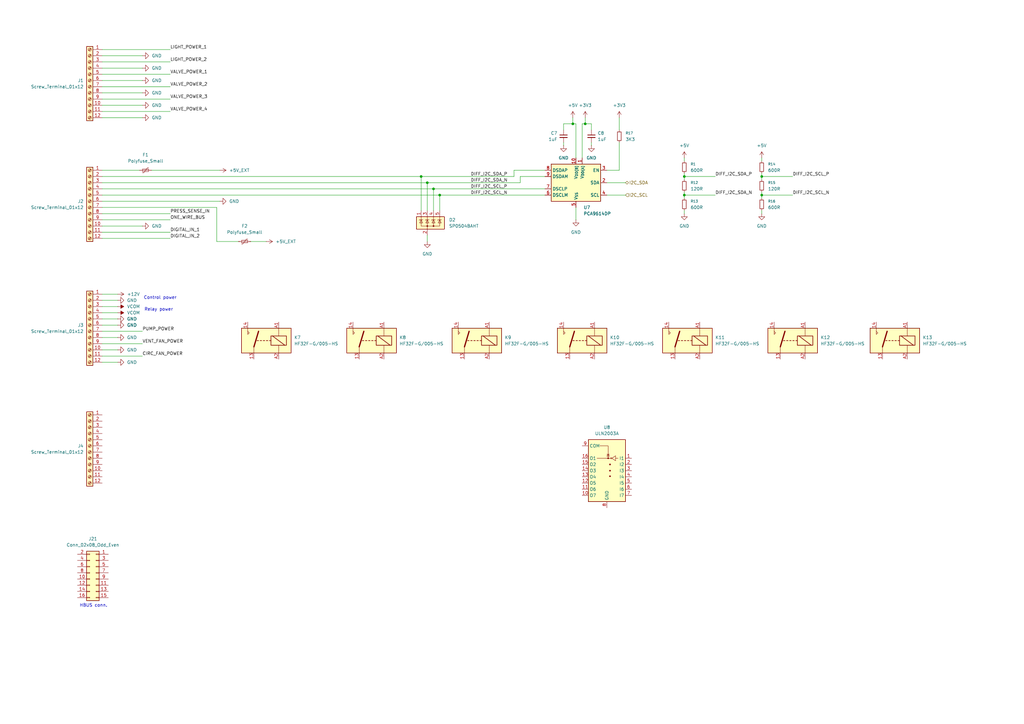
<source format=kicad_sch>
(kicad_sch (version 20250114) (generator "eeschema") (generator_version "9.0")
  (paper "A3")
  (title_block (title "Thyme after Thyme Connectors"))
  (lib_symbols
    (symbol "Connector:Screw_Terminal_01x12" (pin_names (offset 1.016) (hide yes))
      (property "Reference" "J" (at 0 15.24 0))
      (property "Value" "Screw_Terminal_01x12" (at 0 -17.78 0))
      (symbol "Screw_Terminal_01x12_1_1"
        (rectangle (start -1.27 13.97) (end 1.27 -16.51) (stroke (width 0.254)) (fill (type background)))
        (polyline (pts (xy -0.5334 13.0302) (xy 0.3302 12.192)) (stroke (width 0.1524)))
        (polyline (pts (xy -0.5334 10.4902) (xy 0.3302 9.652)) (stroke (width 0.1524)))
        (polyline (pts (xy -0.5334 7.9502) (xy 0.3302 7.112)) (stroke (width 0.1524)))
        (polyline (pts (xy -0.5334 5.4102) (xy 0.3302 4.572)) (stroke (width 0.1524)))
        (polyline (pts (xy -0.5334 2.8702) (xy 0.3302 2.032)) (stroke (width 0.1524)))
        (polyline (pts (xy -0.5334 0.3302) (xy 0.3302 -0.508)) (stroke (width 0.1524)))
        (polyline (pts (xy -0.5334 -2.2098) (xy 0.3302 -3.048)) (stroke (width 0.1524)))
        (polyline (pts (xy -0.5334 -4.7498) (xy 0.3302 -5.588)) (stroke (width 0.1524)))
        (polyline (pts (xy -0.5334 -7.2898) (xy 0.3302 -8.128)) (stroke (width 0.1524)))
        (polyline (pts (xy -0.5334 -9.8298) (xy 0.3302 -10.668)) (stroke (width 0.1524)))
        (polyline (pts (xy -0.5334 -12.3698) (xy 0.3302 -13.208)) (stroke (width 0.1524)))
        (polyline (pts (xy -0.5334 -14.9098) (xy 0.3302 -15.748)) (stroke (width 0.1524)))
        (polyline (pts (xy -0.3556 13.208) (xy 0.508 12.3698)) (stroke (width 0.1524)))
        (polyline (pts (xy -0.3556 10.668) (xy 0.508 9.8298)) (stroke (width 0.1524)))
        (polyline (pts (xy -0.3556 8.128) (xy 0.508 7.2898)) (stroke (width 0.1524)))
        (polyline (pts (xy -0.3556 5.588) (xy 0.508 4.7498)) (stroke (width 0.1524)))
        (polyline (pts (xy -0.3556 3.048) (xy 0.508 2.2098)) (stroke (width 0.1524)))
        (polyline (pts (xy -0.3556 0.508) (xy 0.508 -0.3302)) (stroke (width 0.1524)))
        (polyline (pts (xy -0.3556 -2.032) (xy 0.508 -2.8702)) (stroke (width 0.1524)))
        (polyline (pts (xy -0.3556 -4.572) (xy 0.508 -5.4102)) (stroke (width 0.1524)))
        (polyline (pts (xy -0.3556 -7.112) (xy 0.508 -7.9502)) (stroke (width 0.1524)))
        (polyline (pts (xy -0.3556 -9.652) (xy 0.508 -10.4902)) (stroke (width 0.1524)))
        (polyline (pts (xy -0.3556 -12.192) (xy 0.508 -13.0302)) (stroke (width 0.1524)))
        (polyline (pts (xy -0.3556 -14.732) (xy 0.508 -15.5702)) (stroke (width 0.1524)))
        (circle (center 0 12.7) (radius 0.635) (stroke (width 0.1524)))
        (circle (center 0 10.16) (radius 0.635) (stroke (width 0.1524)))
        (circle (center 0 7.62) (radius 0.635) (stroke (width 0.1524)))
        (circle (center 0 5.08) (radius 0.635) (stroke (width 0.1524)))
        (circle (center 0 2.54) (radius 0.635) (stroke (width 0.1524)))
        (circle (center 0 0) (radius 0.635) (stroke (width 0.1524)))
        (circle (center 0 -2.54) (radius 0.635) (stroke (width 0.1524)))
        (circle (center 0 -5.08) (radius 0.635) (stroke (width 0.1524)))
        (circle (center 0 -7.62) (radius 0.635) (stroke (width 0.1524)))
        (circle (center 0 -10.16) (radius 0.635) (stroke (width 0.1524)))
        (circle (center 0 -12.7) (radius 0.635) (stroke (width 0.1524)))
        (circle (center 0 -15.24) (radius 0.635) (stroke (width 0.1524)))
        (pin passive line (at -5.08 12.7 0) (length 3.81) (name "Pin_1") (number "1"))
        (pin passive line (at -5.08 10.16 0) (length 3.81) (name "Pin_2") (number "2"))
        (pin passive line (at -5.08 7.62 0) (length 3.81) (name "Pin_3") (number "3"))
        (pin passive line (at -5.08 5.08 0) (length 3.81) (name "Pin_4") (number "4"))
        (pin passive line (at -5.08 2.54 0) (length 3.81) (name "Pin_5") (number "5"))
        (pin passive line (at -5.08 0 0) (length 3.81) (name "Pin_6") (number "6"))
        (pin passive line (at -5.08 -2.54 0) (length 3.81) (name "Pin_7") (number "7"))
        (pin passive line (at -5.08 -5.08 0) (length 3.81) (name "Pin_8") (number "8"))
        (pin passive line (at -5.08 -7.62 0) (length 3.81) (name "Pin_9") (number "9"))
        (pin passive line (at -5.08 -10.16 0) (length 3.81) (name "Pin_10") (number "10"))
        (pin passive line (at -5.08 -12.7 0) (length 3.81) (name "Pin_11") (number "11"))
        (pin passive line (at -5.08 -15.24 0) (length 3.81) (name "Pin_12") (number "12"))
      )
    )
    (symbol "Connector_Generic:Conn_02x08_Odd_Even" (pin_names (offset 1.016) (hide yes))
      (property "Reference" "J" (at 1.27 10.16 0))
      (property "Value" "Conn_02x08_Odd_Even" (at 1.27 -12.7 0))
      (symbol "Conn_02x08_Odd_Even_1_1"
        (rectangle (start -1.27 8.89) (end 3.81 -11.43) (stroke (width 0.254)) (fill (type background)))
        (rectangle (start -1.27 7.747) (end 0 7.493) (stroke (width 0.1524)))
        (rectangle (start -1.27 5.207) (end 0 4.953) (stroke (width 0.1524)))
        (rectangle (start -1.27 2.667) (end 0 2.413) (stroke (width 0.1524)))
        (rectangle (start -1.27 0.127) (end 0 -0.127) (stroke (width 0.1524)))
        (rectangle (start -1.27 -2.413) (end 0 -2.667) (stroke (width 0.1524)))
        (rectangle (start -1.27 -4.953) (end 0 -5.207) (stroke (width 0.1524)))
        (rectangle (start -1.27 -7.493) (end 0 -7.747) (stroke (width 0.1524)))
        (rectangle (start -1.27 -10.033) (end 0 -10.287) (stroke (width 0.1524)))
        (rectangle (start 3.81 7.747) (end 2.54 7.493) (stroke (width 0.1524)))
        (rectangle (start 3.81 5.207) (end 2.54 4.953) (stroke (width 0.1524)))
        (rectangle (start 3.81 2.667) (end 2.54 2.413) (stroke (width 0.1524)))
        (rectangle (start 3.81 0.127) (end 2.54 -0.127) (stroke (width 0.1524)))
        (rectangle (start 3.81 -2.413) (end 2.54 -2.667) (stroke (width 0.1524)))
        (rectangle (start 3.81 -4.953) (end 2.54 -5.207) (stroke (width 0.1524)))
        (rectangle (start 3.81 -7.493) (end 2.54 -7.747) (stroke (width 0.1524)))
        (rectangle (start 3.81 -10.033) (end 2.54 -10.287) (stroke (width 0.1524)))
        (pin passive line (at -5.08 7.62 0) (length 3.81) (name "Pin_1") (number "1"))
        (pin passive line (at -5.08 5.08 0) (length 3.81) (name "Pin_3") (number "3"))
        (pin passive line (at -5.08 2.54 0) (length 3.81) (name "Pin_5") (number "5"))
        (pin passive line (at -5.08 0 0) (length 3.81) (name "Pin_7") (number "7"))
        (pin passive line (at -5.08 -2.54 0) (length 3.81) (name "Pin_9") (number "9"))
        (pin passive line (at -5.08 -5.08 0) (length 3.81) (name "Pin_11") (number "11"))
        (pin passive line (at -5.08 -7.62 0) (length 3.81) (name "Pin_13") (number "13"))
        (pin passive line (at -5.08 -10.16 0) (length 3.81) (name "Pin_15") (number "15"))
        (pin passive line (at 7.62 7.62 180) (length 3.81) (name "Pin_2") (number "2"))
        (pin passive line (at 7.62 5.08 180) (length 3.81) (name "Pin_4") (number "4"))
        (pin passive line (at 7.62 2.54 180) (length 3.81) (name "Pin_6") (number "6"))
        (pin passive line (at 7.62 0 180) (length 3.81) (name "Pin_8") (number "8"))
        (pin passive line (at 7.62 -2.54 180) (length 3.81) (name "Pin_10") (number "10"))
        (pin passive line (at 7.62 -5.08 180) (length 3.81) (name "Pin_12") (number "12"))
        (pin passive line (at 7.62 -7.62 180) (length 3.81) (name "Pin_14") (number "14"))
        (pin passive line (at 7.62 -10.16 180) (length 3.81) (name "Pin_16") (number "16"))
      )
    )
    (symbol "Device:C_Small" (pin_numbers (hide yes)) (pin_names (offset 0.254) (hide yes))
      (property "Reference" "C" (at 0.254 1.778 0))
      (property "Value" "C_Small" (at 0.254 -2.032 0))
      (symbol "C_Small_0_1"
        (polyline (pts (xy -1.524 0.508) (xy 1.524 0.508)) (stroke (width 0.3048)))
        (polyline (pts (xy -1.524 -0.508) (xy 1.524 -0.508)) (stroke (width 0.3302)))
      )
      (symbol "C_Small_1_1"
        (pin passive line (at 0 2.54 270) (length 2.032) (name "~") (number "1"))
        (pin passive line (at 0 -2.54 90) (length 2.032) (name "~") (number "2"))
      )
    )
    (symbol "Device:Polyfuse_Small" (pin_numbers (hide yes)) (pin_names (offset 0))
      (property "Reference" "F" (at -1.905 0 90))
      (property "Value" "Polyfuse_Small" (at 1.905 0 90))
      (symbol "Polyfuse_Small_0_1"
        (polyline (pts (xy -1.016 1.27) (xy -1.016 0.762) (xy 1.016 -0.762) (xy 1.016 -1.27)))
        (rectangle (start -0.508 1.27) (end 0.508 -1.27))
        (polyline (pts (xy 0 2.54) (xy 0 -2.54)))
      )
      (symbol "Polyfuse_Small_1_1"
        (pin passive line (at 0 2.54 270) (length 0.635) (name "~") (number "1"))
        (pin passive line (at 0 -2.54 90) (length 0.635) (name "~") (number "2"))
      )
    )
    (symbol "Device:R_Small" (pin_numbers (hide yes)) (pin_names (offset 0.254) (hide yes))
      (property "Reference" "R" (at 0 0 90))
      (property "Value" "R_Small" (at 1.778 0 90))
      (symbol "R_Small_0_1"
        (rectangle (start -0.762 1.778) (end 0.762 -1.778) (stroke (width 0.2032)))
      )
      (symbol "R_Small_1_1"
        (pin passive line (at 0 2.54 270) (length 0.762) (name "~") (number "1"))
        (pin passive line (at 0 -2.54 90) (length 0.762) (name "~") (number "2"))
      )
    )
    (symbol "Interface:PCA9615DP"
      (property "Reference" "U" (at -10.16 8.89 0))
      (property "Value" "PCA9615DP" (at 1.27 8.89 0))
      (symbol "PCA9615DP_0_1"
        (rectangle (start -10.16 7.62) (end 10.16 -7.62) (stroke (width 0.254)) (fill (type background)))
      )
      (symbol "PCA9615DP_1_1"
        (pin input line (at -12.7 5.08 0) (length 2.54) (name "EN") (number "3"))
        (pin bidirectional line (at -12.7 0 0) (length 2.54) (name "SDA") (number "2"))
        (pin bidirectional line (at -12.7 -5.08 0) (length 2.54) (name "SCL") (number "4"))
        (pin power_in line (at -2.54 10.16 270) (length 2.54) (name "V_{DD(A)}") (number "1"))
        (pin power_in line (at 0 10.16 270) (length 2.54) (name "V_{DD(B)}") (number "10"))
        (pin power_in line (at 0 -10.16 90) (length 2.54) (name "V_{SS}") (number "5"))
        (pin bidirectional line (at 12.7 5.08 180) (length 2.54) (name "DSDAP") (number "8"))
        (pin bidirectional line (at 12.7 2.54 180) (length 2.54) (name "DSDAM") (number "9"))
        (pin bidirectional line (at 12.7 -2.54 180) (length 2.54) (name "DSCLP") (number "7"))
        (pin bidirectional line (at 12.7 -5.08 180) (length 2.54) (name "DSCLM") (number "6"))
      )
    )
    (symbol "Power_Protection:SP0504BAHT" (pin_names (hide yes))
      (property "Reference" "D" (at 7.62 2.54 0))
      (property "Value" "SP0504BAHT" (at 7.62 0.635 0))
      (symbol "SP0504BAHT_0_0"
        (pin passive line (at 0 -5.08 90) (length 2.54) (name "A") (number "2"))
      )
      (symbol "SP0504BAHT_0_1"
        (rectangle (start -4.445 2.54) (end 6.985 -2.54) (stroke (width 0.254)) (fill (type background)))
        (polyline (pts (xy -3.302 1.016) (xy -3.302 1.27) (xy -1.778 1.27)))
        (polyline (pts (xy -2.54 2.54) (xy -2.54 1.27)))
        (polyline (pts (xy -2.54 1.27) (xy -2.54 -1.27) (xy 2.54 -1.27) (xy 2.54 1.27)))
        (polyline (pts (xy -2.54 1.27) (xy -1.905 0) (xy -3.175 0) (xy -2.54 1.27)))
        (polyline (pts (xy 0 2.54) (xy 0 1.27)))
        (polyline (pts (xy 0 -1.27) (xy 0 1.27)))
        (polyline (pts (xy 0 -1.27) (xy 0 -2.54)))
        (circle (center 0 -1.27) (radius 0.254) (fill (type outline)))
        (polyline (pts (xy 0.635 0) (xy -0.635 0) (xy 0 1.27) (xy 0.635 0)))
        (polyline (pts (xy 0.762 1.27) (xy -0.762 1.27) (xy -0.762 1.016)))
        (polyline (pts (xy 1.778 1.016) (xy 1.778 1.27) (xy 3.175 1.27) (xy 3.302 1.27)))
        (polyline (pts (xy 2.54 2.54) (xy 2.54 1.27)))
        (polyline (pts (xy 2.54 1.27) (xy 1.905 0) (xy 3.175 0) (xy 2.54 1.27)))
        (circle (center 2.54 -1.27) (radius 0.254) (fill (type outline)))
        (polyline (pts (xy 4.318 1.016) (xy 4.318 1.27) (xy 5.715 1.27) (xy 5.842 1.27)))
        (polyline (pts (xy 5.08 2.54) (xy 5.08 1.27)))
        (polyline (pts (xy 5.08 1.27) (xy 5.08 -1.27) (xy 2.54 -1.27)))
        (polyline (pts (xy 5.08 1.27) (xy 4.445 0) (xy 5.715 0) (xy 5.08 1.27)))
      )
      (symbol "SP0504BAHT_1_1"
        (pin passive line (at -2.54 5.08 270) (length 2.54) (name "K") (number "1"))
        (pin passive line (at 0 5.08 270) (length 2.54) (name "K") (number "3"))
        (pin passive line (at 2.54 5.08 270) (length 2.54) (name "K") (number "4"))
        (pin passive line (at 5.08 5.08 270) (length 2.54) (name "K") (number "5"))
      )
    )
    (symbol "Relay:Relay_SPST-NO"
      (property "Reference" "K" (at 11.43 3.81 0))
      (property "Value" "Relay_SPST-NO" (at 11.43 1.27 0))
      (symbol "Relay_SPST-NO_0_0"
        (polyline (pts (xy 7.62 5.08) (xy 7.62 2.54) (xy 6.985 3.175) (xy 7.62 3.81)))
      )
      (symbol "Relay_SPST-NO_0_1"
        (rectangle (start -10.16 5.08) (end 10.16 -5.08) (stroke (width 0.254)) (fill (type background)))
        (rectangle (start -8.255 1.905) (end -1.905 -1.905) (stroke (width 0.254)))
        (polyline (pts (xy -7.62 -1.905) (xy -2.54 1.905)) (stroke (width 0.254)))
        (polyline (pts (xy -5.08 5.08) (xy -5.08 1.905)))
        (polyline (pts (xy -5.08 -5.08) (xy -5.08 -1.905)))
        (polyline (pts (xy -1.905 0) (xy -1.27 0)) (stroke (width 0.254)))
        (polyline (pts (xy -0.635 0) (xy 0 0)) (stroke (width 0.254)))
        (polyline (pts (xy 0.635 0) (xy 1.27 0)) (stroke (width 0.254)))
        (polyline (pts (xy 1.905 0) (xy 2.54 0)) (stroke (width 0.254)))
        (polyline (pts (xy 3.175 0) (xy 3.81 0)) (stroke (width 0.254)))
        (polyline (pts (xy 5.08 -2.54) (xy 3.175 3.81)) (stroke (width 0.508)))
        (polyline (pts (xy 5.08 -2.54) (xy 5.08 -5.08)))
      )
      (symbol "Relay_SPST-NO_1_1"
        (pin passive line (at -5.08 7.62 270) (length 2.54) (name "~") (number "A1"))
        (pin passive line (at -5.08 -7.62 90) (length 2.54) (name "~") (number "A2"))
        (pin passive line (at 5.08 -7.62 90) (length 2.54) (name "~") (number "13"))
        (pin passive line (at 7.62 7.62 270) (length 2.54) (name "~") (number "14"))
      )
    )
    (symbol "Transistor_Array:ULN2003A"
      (property "Reference" "U" (at 0 15.875 0))
      (property "Value" "ULN2003A" (at 0 13.97 0))
      (symbol "ULN2003A_0_1"
        (rectangle (start -7.62 -12.7) (end 7.62 12.7) (stroke (width 0.254)) (fill (type background)))
        (polyline (pts (xy -4.572 5.08) (xy -3.556 5.08)))
        (polyline (pts (xy -3.556 6.096) (xy -3.556 4.064) (xy -2.032 5.08) (xy -3.556 6.096)))
        (circle (center -1.778 5.08) (radius 0.254))
        (polyline (pts (xy -1.524 5.08) (xy 4.064 5.08)))
        (circle (center -1.27 2.54) (radius 0.254) (fill (type outline)))
        (circle (center -1.27 0) (radius 0.254) (fill (type outline)))
        (circle (center -1.27 -2.286) (radius 0.254) (fill (type outline)))
        (circle (center -0.508 5.08) (radius 0.254) (fill (type outline)))
        (polyline (pts (xy -0.508 5.08) (xy -0.508 10.16) (xy 2.921 10.16)))
        (polyline (pts (xy 0 6.731) (xy -1.016 6.731)))
        (polyline (pts (xy 0 5.969) (xy -1.016 5.969) (xy -0.508 6.731) (xy 0 5.969)))
      )
      (symbol "ULN2003A_1_1"
        (pin input line (at -10.16 5.08 0) (length 2.54) (name "I1") (number "1"))
        (pin input line (at -10.16 2.54 0) (length 2.54) (name "I2") (number "2"))
        (pin input line (at -10.16 0 0) (length 2.54) (name "I3") (number "3"))
        (pin input line (at -10.16 -2.54 0) (length 2.54) (name "I4") (number "4"))
        (pin input line (at -10.16 -5.08 0) (length 2.54) (name "I5") (number "5"))
        (pin input line (at -10.16 -7.62 0) (length 2.54) (name "I6") (number "6"))
        (pin input line (at -10.16 -10.16 0) (length 2.54) (name "I7") (number "7"))
        (pin power_in line (at 0 -15.24 90) (length 2.54) (name "GND") (number "8"))
        (pin passive line (at 10.16 10.16 180) (length 2.54) (name "COM") (number "9"))
        (pin open_collector line (at 10.16 5.08 180) (length 2.54) (name "O1") (number "16"))
        (pin open_collector line (at 10.16 2.54 180) (length 2.54) (name "O2") (number "15"))
        (pin open_collector line (at 10.16 0 180) (length 2.54) (name "O3") (number "14"))
        (pin open_collector line (at 10.16 -2.54 180) (length 2.54) (name "O4") (number "13"))
        (pin open_collector line (at 10.16 -5.08 180) (length 2.54) (name "O5") (number "12"))
        (pin open_collector line (at 10.16 -7.62 180) (length 2.54) (name "O6") (number "11"))
        (pin open_collector line (at 10.16 -10.16 180) (length 2.54) (name "O7") (number "10"))
      )
    )
    (symbol "power:+12V" (power) (pin_numbers (hide yes)) (pin_names (offset 0) (hide yes))
      (property "Value" "+12V" (at 0 3.556 0))
      (symbol "+12V_0_1"
        (polyline (pts (xy -0.762 1.27) (xy 0 2.54)))
        (polyline (pts (xy 0 2.54) (xy 0.762 1.27)))
        (polyline (pts (xy 0 0) (xy 0 2.54)))
      )
      (symbol "+12V_1_1"
        (pin power_in line (at 0 0 90) (length 0) (name "~") (number "1"))
      )
    )
    (symbol "power:+3V3" (power) (pin_numbers (hide yes)) (pin_names (offset 0) (hide yes))
      (property "Value" "+3V3" (at 0 3.556 0))
      (symbol "+3V3_0_1"
        (polyline (pts (xy -0.762 1.27) (xy 0 2.54)))
        (polyline (pts (xy 0 2.54) (xy 0.762 1.27)))
        (polyline (pts (xy 0 0) (xy 0 2.54)))
      )
      (symbol "+3V3_1_1"
        (pin power_in line (at 0 0 90) (length 0) (name "~") (number "1"))
      )
    )
    (symbol "power:+5V" (power) (pin_numbers (hide yes)) (pin_names (offset 0) (hide yes))
      (property "Value" "+5V" (at 0 3.556 0))
      (symbol "+5V_0_1"
        (polyline (pts (xy -0.762 1.27) (xy 0 2.54)))
        (polyline (pts (xy 0 2.54) (xy 0.762 1.27)))
        (polyline (pts (xy 0 0) (xy 0 2.54)))
      )
      (symbol "+5V_1_1"
        (pin power_in line (at 0 0 90) (length 0) (name "~") (number "1"))
      )
    )
    (symbol "power:GND" (power) (pin_numbers (hide yes)) (pin_names (offset 0) (hide yes))
      (property "Value" "GND" (at 0 -3.81 0))
      (symbol "GND_0_1"
        (polyline (pts (xy 0 0) (xy 0 -1.27) (xy 1.27 -1.27) (xy 0 -2.54) (xy -1.27 -1.27) (xy 0 -1.27)))
      )
      (symbol "GND_1_1"
        (pin power_in line (at 0 0 270) (length 0) (name "~") (number "1"))
      )
    )
    (symbol "power:VCOM" (power) (pin_numbers (hide yes)) (pin_names (offset 0) (hide yes))
      (property "Value" "VCOM" (at 0 3.556 0))
      (symbol "VCOM_0_1"
        (polyline (pts (xy 0 0) (xy 0 2.54)))
        (polyline (pts (xy 0.762 1.27) (xy -0.762 1.27) (xy 0 2.54) (xy 0.762 1.27)) (fill (type outline)))
      )
      (symbol "VCOM_1_1"
        (pin power_in line (at 0 0 90) (length 0) (name "~") (number "1"))
      )
    )
  )
  (text "HBUS conn." (at 38.354 248.412 0) (effects (font (size 1.27 1.27))))
  (text "Relay power" (at 59.182 127 0) (effects (font (size 1.27 1.27)) (justify left)))
  (text "Control power" (at 58.928 122.174 0) (effects (font (size 1.27 1.27)) (justify left)))
  (junction (at 280.67 80.01))
  (junction (at 240.03 50.8))
  (junction (at 175.26 74.93))
  (junction (at 280.67 72.39))
  (junction (at 234.95 50.8))
  (junction (at 312.42 80.01))
  (junction (at 180.34 80.01))
  (junction (at 177.8 77.47))
  (junction (at 312.42 72.39))
  (junction (at 172.72 72.39))
  (wire (pts (xy 312.42 72.39) (xy 312.42 73.66)))
  (wire (pts (xy 62.23 69.85) (xy 90.17 69.85)))
  (wire (pts (xy 280.67 71.12) (xy 280.67 72.39)))
  (wire (pts (xy 41.91 82.55) (xy 90.17 82.55)))
  (wire (pts (xy 41.91 45.72) (xy 69.85 45.72)))
  (wire (pts (xy 41.91 143.51) (xy 48.26 143.51)))
  (wire (pts (xy 231.14 58.42) (xy 231.14 59.69)))
  (wire (pts (xy 210.82 69.85) (xy 223.52 69.85)))
  (wire (pts (xy 254 48.26) (xy 254 53.34)))
  (wire (pts (xy 41.91 130.81) (xy 48.26 130.81)))
  (wire (pts (xy 180.34 80.01) (xy 223.52 80.01)))
  (wire (pts (xy 248.92 69.85) (xy 254 69.85)))
  (wire (pts (xy 172.72 72.39) (xy 210.82 72.39)))
  (wire (pts (xy 180.34 80.01) (xy 180.34 86.36)))
  (wire (pts (xy 41.91 120.65) (xy 48.26 120.65)))
  (wire (pts (xy 240.03 50.8) (xy 242.57 50.8)))
  (wire (pts (xy 41.91 80.01) (xy 180.34 80.01)))
  (wire (pts (xy 102.87 99.06) (xy 109.22 99.06)))
  (wire (pts (xy 254 69.85) (xy 254 58.42)))
  (wire (pts (xy 175.26 96.52) (xy 175.26 99.06)))
  (wire (pts (xy 177.8 77.47) (xy 223.52 77.47)))
  (wire (pts (xy 41.91 138.43) (xy 48.26 138.43)))
  (wire (pts (xy 236.22 85.09) (xy 236.22 90.17)))
  (wire (pts (xy 41.91 30.48) (xy 69.85 30.48)))
  (wire (pts (xy 172.72 72.39) (xy 172.72 86.36)))
  (wire (pts (xy 213.36 72.39) (xy 213.36 74.93)))
  (wire (pts (xy 312.42 72.39) (xy 325.12 72.39)))
  (wire (pts (xy 280.67 80.01) (xy 280.67 81.28)))
  (wire (pts (xy 231.14 50.8) (xy 231.14 53.34)))
  (wire (pts (xy 88.9 99.06) (xy 97.79 99.06)))
  (wire (pts (xy 231.14 50.8) (xy 234.95 50.8)))
  (wire (pts (xy 41.91 128.27) (xy 48.26 128.27)))
  (wire (pts (xy 236.22 64.77) (xy 236.22 50.8)))
  (wire (pts (xy 280.67 64.77) (xy 280.67 66.04)))
  (wire (pts (xy 238.76 50.8) (xy 240.03 50.8)))
  (wire (pts (xy 240.03 48.26) (xy 240.03 50.8)))
  (wire (pts (xy 41.91 35.56) (xy 69.85 35.56)))
  (wire (pts (xy 41.91 92.71) (xy 58.42 92.71)))
  (wire (pts (xy 41.91 48.26) (xy 58.4083 48.26)))
  (wire (pts (xy 280.67 72.39) (xy 280.67 73.66)))
  (wire (pts (xy 234.95 50.8) (xy 236.22 50.8)))
  (wire (pts (xy 41.91 40.64) (xy 69.85 40.64)))
  (wire (pts (xy 242.57 50.8) (xy 242.57 53.34)))
  (wire (pts (xy 41.91 87.63) (xy 69.85 87.63)))
  (wire (pts (xy 312.42 78.74) (xy 312.42 80.01)))
  (wire (pts (xy 41.91 27.94) (xy 58.42 27.94)))
  (wire (pts (xy 242.57 58.42) (xy 242.57 59.69)))
  (wire (pts (xy 41.91 38.1) (xy 58.42 38.1)))
  (wire (pts (xy 41.91 140.97) (xy 58.42 140.97)))
  (wire (pts (xy 280.67 78.74) (xy 280.67 80.01)))
  (wire (pts (xy 213.36 72.39) (xy 223.52 72.39)))
  (wire (pts (xy 41.91 77.47) (xy 177.8 77.47)))
  (wire (pts (xy 312.42 80.01) (xy 325.12 80.01)))
  (wire (pts (xy 234.95 48.26) (xy 234.95 50.8)))
  (wire (pts (xy 175.26 74.93) (xy 175.26 86.36)))
  (wire (pts (xy 177.8 77.47) (xy 177.8 86.36)))
  (wire (pts (xy 312.42 80.01) (xy 312.42 81.28)))
  (wire (pts (xy 41.91 133.35) (xy 48.26 133.35)))
  (wire (pts (xy 88.9 99.06) (xy 88.9 85.09)))
  (wire (pts (xy 41.91 125.73) (xy 48.26 125.73)))
  (wire (pts (xy 41.91 90.17) (xy 69.85 90.17)))
  (wire (pts (xy 41.91 148.59) (xy 48.26 148.59)))
  (wire (pts (xy 41.91 25.4) (xy 69.85 25.4)))
  (wire (pts (xy 41.91 72.39) (xy 172.72 72.39)))
  (wire (pts (xy 210.82 69.85) (xy 210.82 72.39)))
  (wire (pts (xy 238.76 64.77) (xy 238.76 50.8)))
  (wire (pts (xy 312.42 71.12) (xy 312.42 72.39)))
  (wire (pts (xy 41.91 33.02) (xy 58.42 33.02)))
  (wire (pts (xy 280.67 80.01) (xy 293.37 80.01)))
  (wire (pts (xy 41.91 95.25) (xy 69.85 95.25)))
  (wire (pts (xy 41.91 74.93) (xy 175.26 74.93)))
  (wire (pts (xy 312.42 86.36) (xy 312.42 87.63)))
  (wire (pts (xy 248.92 80.01) (xy 256.54 80.01)))
  (wire (pts (xy 41.91 69.85) (xy 57.15 69.85)))
  (wire (pts (xy 41.91 20.32) (xy 69.85 20.32)))
  (wire (pts (xy 280.67 72.39) (xy 293.37 72.39)))
  (wire (pts (xy 88.9 85.09) (xy 41.91 85.09)))
  (wire (pts (xy 41.91 43.18) (xy 58.42 43.18)))
  (wire (pts (xy 41.91 123.19) (xy 48.26 123.19)))
  (wire (pts (xy 41.91 135.89) (xy 58.42 135.89)))
  (wire (pts (xy 280.67 86.36) (xy 280.67 87.63)))
  (wire (pts (xy 248.92 74.93) (xy 256.54 74.93)))
  (wire (pts (xy 175.26 74.93) (xy 213.36 74.93)))
  (wire (pts (xy 41.91 22.86) (xy 58.42 22.86)))
  (wire (pts (xy 41.91 146.05) (xy 58.42 146.05)))
  (wire (pts (xy 41.91 97.79) (xy 69.85 97.79)))
  (wire (pts (xy 312.42 64.77) (xy 312.42 66.04)))
  (label "VALVE_POWER_3" (at 69.85 40.64 0))
  (label "DIFF_I2C_SCL_P" (at 193.04 77.47 0))
  (label "VALVE_POWER_4" (at 69.85 45.72 0))
  (label "PRESS_SENSE_IN" (at 69.85 87.63 0))
  (label "DIFF_I2C_SCL_P" (at 325.12 72.39 0))
  (label "DIFF_I2C_SDA_N" (at 293.37 80.01 0))
  (label "DIFF_I2C_SCL_N" (at 325.12 80.01 0))
  (label "LIGHT_POWER_2" (at 69.85 25.4 0))
  (label "VALVE_POWER_1" (at 69.85 30.48 0))
  (label "DIFF_I2C_SDA_P" (at 193.04 72.39 0))
  (label "ONE_WIRE_BUS" (at 69.85 90.17 0))
  (label "VALVE_POWER_2" (at 69.85 35.56 0))
  (label "DIGITAL_IN_1" (at 69.85 95.25 0))
  (label "CIRC_FAN_POWER" (at 58.42 146.05 0))
  (label "DIFF_I2C_SDA_N" (at 193.04 74.93 0))
  (label "LIGHT_POWER_1" (at 69.85 20.32 0))
  (label "VENT_FAN_POWER" (at 58.42 140.97 0))
  (label "DIFF_I2C_SCL_N" (at 193.04 80.01 0))
  (label "PUMP_POWER" (at 58.42 135.89 0))
  (label "DIGITAL_IN_2" (at 69.85 97.79 0))
  (label "DIFF_I2C_SDA_P" (at 293.37 72.39 0))
  (hierarchical_label "I2C_SDA" (shape bidirectional) (at 256.54 74.93 0))
  (hierarchical_label "I2C_SCL" (shape input) (at 256.54 80.01 0))
  (symbol (lib_id "power:GND") (at 231.14 59.69 0) (unit 1)
    (property "Reference" "#PWR079" (effects (hide yes)))
    (property "Value" "GND" (at 231.14 64.77 0))
    (property "Description" "Power symbol creates a global label with name \"GND\" , ground" (effects (hide yes)))
  )
  (symbol (lib_id "Device:Polyfuse_Small") (at 100.33 99.06 90) (unit 1)
    (property "Reference" "F2" (at 100.33 92.71 90))
    (property "Value" "Polyfuse_Small" (at 100.33 95.25 90))
    (property "Description" "Resettable fuse, polymeric positive temperature coefficient, small symbol" (effects (hide yes)))
  )
  (symbol (lib_id "power:GND") (at 48.26 143.51 90) (unit 1)
    (property "Reference" "#PWR065" (effects (hide yes)))
    (property "Value" "GND" (at 52.07 143.5099 90) (effects (justify right)))
    (property "Description" "Power symbol creates a global label with name \"GND\" , ground" (effects (hide yes)))
  )
  (symbol (lib_id "power:+12V") (at 48.26 120.65 270) (unit 1)
    (property "Reference" "#PWR01" (effects (hide yes)))
    (property "Value" "+12V" (at 52.07 120.6499 90) (effects (justify left)))
    (property "Description" "Power symbol creates a global label with name \"+12V\"" (effects (hide yes)))
  )
  (symbol (lib_id "power:GND") (at 48.26 133.35 90) (unit 1)
    (property "Reference" "#PWR063" (effects (hide yes)))
    (property "Value" "GND" (at 52.07 133.3499 90) (effects (justify right)))
    (property "Description" "Power symbol creates a global label with name \"GND\" , ground" (effects (hide yes)))
  )
  (symbol (lib_id "Connector:Screw_Terminal_01x12") (at 36.83 133.35 0) (mirror y) (unit 1)
    (property "Reference" "J3" (at 34.29 133.3499 0) (effects (justify left)))
    (property "Value" "Screw_Terminal_01x12" (at 34.29 135.8899 0) (effects (justify left)))
    (property "Description" "Generic screw terminal, single row, 01x12, script generated (kicad-library-utils/schlib/autogen/connector/)" (effects (hide yes)))
  )
  (symbol (lib_id "power:+5V") (at 90.17 69.85 270) (unit 1)
    (property "Reference" "#PWR056" (effects (hide yes)))
    (property "Value" "+5V_EXT" (at 93.98 69.8499 90) (effects (justify left)))
    (property "Description" "Power symbol creates a global label with name \"+5V\"" (effects (hide yes)))
  )
  (symbol (lib_id "Device:R_Small") (at 312.42 76.2 0) (unit 1)
    (property "Reference" "R15" (at 314.96 74.9299 0) (effects (font (size 1.016 1.016)) (justify left)))
    (property "Value" "120R" (at 314.96 77.4699 0) (effects (justify left)))
    (property "Description" "Resistor, small symbol" (effects (hide yes)))
  )
  (symbol (lib_id "power:GND") (at 312.42 87.63 0) (unit 1)
    (property "Reference" "#PWR076" (effects (hide yes)))
    (property "Value" "GND" (at 312.42 92.71 0))
    (property "Description" "Power symbol creates a global label with name \"GND\" , ground" (effects (hide yes)))
  )
  (symbol (lib_id "power:+3V3") (at 240.03 48.26 0) (unit 1)
    (property "Reference" "#PWR081" (effects (hide yes)))
    (property "Value" "+3V3" (at 240.03 43.18 0))
    (property "Description" "Power symbol creates a global label with name \"+3V3\"" (effects (hide yes)))
  )
  (symbol (lib_id "Relay:Relay_SPST-NO") (at 238.76 139.7 0) (mirror y) (unit 1)
    (property "Reference" "K10" (at 250.19 138.4299 0) (effects (justify right)))
    (property "Value" "HF32F-G/005-HS" (at 250.19 140.9699 0) (effects (justify right)))
    (property "Footprint" "sl-kicad-lib:Relay_SPST_Hongfa_HF32F-G" (effects (hide yes)))
    (property "Description" "Relay SPST, normally open, EN50005" (effects (hide yes)))
  )
  (symbol (lib_id "power:GND") (at 175.26 99.06 0) (unit 1)
    (property "Reference" "#PWR057" (effects (hide yes)))
    (property "Value" "GND" (at 175.26 104.14 0))
    (property "Description" "Power symbol creates a global label with name \"GND\" , ground" (effects (hide yes)))
  )
  (symbol (lib_id "Device:R_Small") (at 254 55.88 0) (unit 1)
    (property "Reference" "R17" (at 256.54 54.6099 0) (effects (font (size 1.016 1.016)) (justify left)))
    (property "Value" "3K3" (at 256.54 57.1499 0) (effects (justify left)))
    (property "Description" "Resistor, small symbol" (effects (hide yes)))
  )
  (symbol (lib_id "power:GND") (at 58.4083 48.26 90) (unit 1)
    (property "Reference" "#PWR070" (effects (hide yes)))
    (property "Value" "GND" (at 62.2183 48.2599 90) (effects (justify right)))
    (property "Description" "Power symbol creates a global label with name \"GND\" , ground" (effects (hide yes)))
  )
  (symbol (lib_id "power:+5V") (at 109.22 99.06 270) (unit 1)
    (property "Reference" "#PWR058" (effects (hide yes)))
    (property "Value" "+5V_EXT" (at 113.03 99.0599 90) (effects (justify left)))
    (property "Description" "Power symbol creates a global label with name \"+5V\"" (effects (hide yes)))
  )
  (symbol (lib_id "power:VCOM") (at 48.26 125.73 270) (unit 1)
    (property "Reference" "#PWR061" (effects (hide yes)))
    (property "Value" "VCOM" (at 52.07 125.7299 90) (effects (justify left)))
    (property "Description" "Power symbol creates a global label with name \"VCOM\"" (effects (hide yes)))
  )
  (symbol (lib_id "Transistor_Array:ULN2003A") (at 248.92 193.04 0) (mirror y) (unit 1)
    (property "Reference" "U8" (at 248.92 175.26 0))
    (property "Value" "ULN2003A" (at 248.92 177.8 0))
    (property "Datasheet" "http://www.ti.com/lit/ds/symlink/uln2003a.pdf" (effects (hide yes)))
    (property "Description" "High Voltage, High Current Darlington Transistor Arrays, SOIC16/SOIC16W/DIP16/TSSOP16" (effects (hide yes)))
  )
  (symbol (lib_id "power:GND") (at 58.42 43.18 90) (unit 1)
    (property "Reference" "#PWR069" (effects (hide yes)))
    (property "Value" "GND" (at 62.23 43.1799 90) (effects (justify right)))
    (property "Description" "Power symbol creates a global label with name \"GND\" , ground" (effects (hide yes)))
  )
  (symbol (lib_id "power:+5V") (at 312.42 64.77 0) (unit 1)
    (property "Reference" "#PWR075" (effects (hide yes)))
    (property "Value" "+5V" (at 312.42 59.69 0))
    (property "Description" "Power symbol creates a global label with name \"+5V\"" (effects (hide yes)))
  )
  (symbol (lib_id "Relay:Relay_SPST-NO") (at 109.22 139.7 0) (mirror y) (unit 1)
    (property "Reference" "K7" (at 120.65 138.4299 0) (effects (justify right)))
    (property "Value" "HF32F-G/005-HS" (at 120.65 140.9699 0) (effects (justify right)))
    (property "Footprint" "sl-kicad-lib:Relay_SPST_Hongfa_HF32F-G" (effects (hide yes)))
    (property "Description" "Relay SPST, normally open, EN50005" (effects (hide yes)))
  )
  (symbol (lib_id "power:GND") (at 58.42 92.71 90) (unit 1)
    (property "Reference" "#PWR060" (effects (hide yes)))
    (property "Value" "GND" (at 62.23 92.7099 90) (effects (justify right)))
    (property "Description" "Power symbol creates a global label with name \"GND\" , ground" (effects (hide yes)))
  )
  (symbol (lib_id "power:GND") (at 236.22 90.17 0) (unit 1)
    (property "Reference" "#PWR077" (effects (hide yes)))
    (property "Value" "GND" (at 236.22 95.25 0))
    (property "Description" "Power symbol creates a global label with name \"GND\" , ground" (effects (hide yes)))
  )
  (symbol (lib_id "power:GND") (at 48.26 130.81 90) (unit 1)
    (property "Reference" "#PWR059" (effects (hide yes)))
    (property "Value" "GND" (at 52.07 130.8099 90) (effects (justify right)))
    (property "Description" "Power symbol creates a global label with name \"GND\" , ground" (effects (hide yes)))
  )
  (symbol (lib_id "Device:R_Small") (at 280.67 83.82 0) (unit 1)
    (property "Reference" "R13" (at 283.21 82.5499 0) (effects (font (size 1.016 1.016)) (justify left)))
    (property "Value" "600R" (at 283.21 85.0899 0) (effects (justify left)))
    (property "Description" "Resistor, small symbol" (effects (hide yes)))
  )
  (symbol (lib_id "Power_Protection:SP0504BAHT") (at 175.26 91.44 0) (unit 1)
    (property "Reference" "D2" (at 184.15 90.1699 0) (effects (justify left)))
    (property "Value" "SP0504BAHT" (at 184.15 92.7099 0) (effects (justify left)))
    (property "Footprint" "Package_TO_SOT_SMD:SOT-23-5" (effects (hide yes)))
    (property "Datasheet" "http://www.littelfuse.com/~/media/files/littelfuse/technical%20resources/documents/data%20sheets/sp05xxba.pdf" (effects (hide yes)))
    (property "Description" "TVS Diode Array, 5.5V Standoff, 4 Channels, SOT-23-5 package" (effects (hide yes)))
  )
  (symbol (lib_id "Device:C_Small") (at 231.14 55.88 0) (unit 1)
    (property "Reference" "C7" (at 228.6 54.6162 0) (effects (justify right)))
    (property "Value" "1uF" (at 228.6 57.1562 0) (effects (justify right)))
    (property "Description" "Unpolarized capacitor, small symbol" (effects (hide yes)))
  )
  (symbol (lib_id "power:GND") (at 90.17 82.55 90) (unit 1)
    (property "Reference" "#PWR055" (effects (hide yes)))
    (property "Value" "GND" (at 93.98 82.5499 90) (effects (justify right)))
    (property "Description" "Power symbol creates a global label with name \"GND\" , ground" (effects (hide yes)))
  )
  (symbol (lib_id "power:GND") (at 48.26 148.59 90) (unit 1)
    (property "Reference" "#PWR066" (effects (hide yes)))
    (property "Value" "GND" (at 52.07 148.5899 90) (effects (justify right)))
    (property "Description" "Power symbol creates a global label with name \"GND\" , ground" (effects (hide yes)))
  )
  (symbol (lib_id "power:GND") (at 58.42 27.94 90) (unit 1)
    (property "Reference" "#PWR072" (effects (hide yes)))
    (property "Value" "GND" (at 62.23 27.9399 90) (effects (justify right)))
    (property "Description" "Power symbol creates a global label with name \"GND\" , ground" (effects (hide yes)))
  )
  (symbol (lib_id "Relay:Relay_SPST-NO") (at 325.12 139.7 0) (mirror y) (unit 1)
    (property "Reference" "K12" (at 336.55 138.4299 0) (effects (justify right)))
    (property "Value" "HF32F-G/005-HS" (at 336.55 140.9699 0) (effects (justify right)))
    (property "Footprint" "sl-kicad-lib:Relay_SPST_Hongfa_HF32F-G" (effects (hide yes)))
    (property "Description" "Relay SPST, normally open, EN50005" (effects (hide yes)))
  )
  (symbol (lib_id "power:GND") (at 280.67 87.63 0) (unit 1)
    (property "Reference" "#PWR074" (effects (hide yes)))
    (property "Value" "GND" (at 280.67 92.71 0))
    (property "Description" "Power symbol creates a global label with name \"GND\" , ground" (effects (hide yes)))
  )
  (symbol (lib_id "power:GND") (at 58.42 38.1 90) (unit 1)
    (property "Reference" "#PWR068" (effects (hide yes)))
    (property "Value" "GND" (at 62.23 38.0999 90) (effects (justify right)))
    (property "Description" "Power symbol creates a global label with name \"GND\" , ground" (effects (hide yes)))
  )
  (symbol (lib_id "Relay:Relay_SPST-NO") (at 195.58 139.7 0) (mirror y) (unit 1)
    (property "Reference" "K9" (at 207.01 138.4299 0) (effects (justify right)))
    (property "Value" "HF32F-G/005-HS" (at 207.01 140.9699 0) (effects (justify right)))
    (property "Footprint" "sl-kicad-lib:Relay_SPST_Hongfa_HF32F-G" (effects (hide yes)))
    (property "Description" "Relay SPST, normally open, EN50005" (effects (hide yes)))
  )
  (symbol (lib_id "power:+5V") (at 234.95 48.26 0) (unit 1)
    (property "Reference" "#PWR080" (effects (hide yes)))
    (property "Value" "+5V" (at 234.95 43.18 0))
    (property "Description" "Power symbol creates a global label with name \"+5V\"" (effects (hide yes)))
  )
  (symbol (lib_id "Relay:Relay_SPST-NO") (at 152.4 139.7 0) (mirror y) (unit 1)
    (property "Reference" "K8" (at 163.83 138.4299 0) (effects (justify right)))
    (property "Value" "HF32F-G/005-HS" (at 163.83 140.9699 0) (effects (justify right)))
    (property "Footprint" "sl-kicad-lib:Relay_SPST_Hongfa_HF32F-G" (effects (hide yes)))
    (property "Description" "Relay SPST, normally open, EN50005" (effects (hide yes)))
  )
  (symbol (lib_id "Relay:Relay_SPST-NO") (at 367.03 139.7 0) (mirror y) (unit 1)
    (property "Reference" "K13" (at 378.46 138.4299 0) (effects (justify right)))
    (property "Value" "HF32F-G/005-HS" (at 378.46 140.9699 0) (effects (justify right)))
    (property "Footprint" "sl-kicad-lib:Relay_SPST_Hongfa_HF32F-G" (effects (hide yes)))
    (property "Description" "Relay SPST, normally open, EN50005" (effects (hide yes)))
  )
  (symbol (lib_id "power:GND") (at 242.57 59.69 0) (unit 1)
    (property "Reference" "#PWR078" (effects (hide yes)))
    (property "Value" "GND" (at 242.57 64.77 0))
    (property "Description" "Power symbol creates a global label with name \"GND\" , ground" (effects (hide yes)))
  )
  (symbol (lib_id "power:GND") (at 58.42 33.02 90) (unit 1)
    (property "Reference" "#PWR067" (effects (hide yes)))
    (property "Value" "GND" (at 62.23 33.0199 90) (effects (justify right)))
    (property "Description" "Power symbol creates a global label with name \"GND\" , ground" (effects (hide yes)))
  )
  (symbol (lib_id "power:+3V3") (at 254 48.26 0) (unit 1)
    (property "Reference" "#PWR082" (effects (hide yes)))
    (property "Value" "+3V3" (at 254 43.18 0))
    (property "Description" "Power symbol creates a global label with name \"+3V3\"" (effects (hide yes)))
  )
  (symbol (lib_id "Device:Polyfuse_Small") (at 59.69 69.85 90) (unit 1)
    (property "Reference" "F1" (at 59.69 63.5 90))
    (property "Value" "Polyfuse_Small" (at 59.69 66.04 90))
    (property "Description" "Resettable fuse, polymeric positive temperature coefficient, small symbol" (effects (hide yes)))
  )
  (symbol (lib_id "Interface:PCA9615DP") (at 236.22 74.93 0) (mirror y) (unit 1)
    (property "Reference" "U7" (at 239.3381 85.09 0) (effects (justify right)))
    (property "Value" "PCA9614DP" (at 239.3381 87.63 0) (effects (justify right)))
    (property "Footprint" "Package_SO:TSSOP-10_3x3mm_P0.5mm" (effects (hide yes)))
    (property "Datasheet" "https://www.nxp.com/docs/en/data-sheet/PCA9614.pdf" (effects (hide yes)))
    (property "Description" "2-channel multipoint Fast-mode Plus differential I2C-bus buffer" (effects (hide yes)))
  )
  (symbol (lib_id "power:GND") (at 48.26 138.43 90) (unit 1)
    (property "Reference" "#PWR064" (effects (hide yes)))
    (property "Value" "GND" (at 52.07 138.4299 90) (effects (justify right)))
    (property "Description" "Power symbol creates a global label with name \"GND\" , ground" (effects (hide yes)))
  )
  (symbol (lib_id "Device:C_Small") (at 242.57 55.88 0) (mirror y) (unit 1)
    (property "Reference" "C8" (at 245.11 54.6162 0) (effects (justify right)))
    (property "Value" "1uF" (at 245.11 57.1562 0) (effects (justify right)))
    (property "Description" "Unpolarized capacitor, small symbol" (effects (hide yes)))
  )
  (symbol (lib_id "power:GND") (at 58.42 22.86 90) (unit 1)
    (property "Reference" "#PWR071" (effects (hide yes)))
    (property "Value" "GND" (at 62.23 22.8599 90) (effects (justify right)))
    (property "Description" "Power symbol creates a global label with name \"GND\" , ground" (effects (hide yes)))
  )
  (symbol (lib_id "Device:R_Small") (at 280.67 68.58 0) (unit 1)
    (property "Reference" "R1" (at 283.21 67.3099 0) (effects (font (size 1.016 1.016)) (justify left)))
    (property "Value" "600R" (at 283.21 69.8499 0) (effects (justify left)))
    (property "Description" "Resistor, small symbol" (effects (hide yes)))
  )
  (symbol (lib_id "Connector:Screw_Terminal_01x12") (at 36.83 82.55 0) (mirror y) (unit 1)
    (property "Reference" "J2" (at 34.29 82.5499 0) (effects (justify left)))
    (property "Value" "Screw_Terminal_01x12" (at 34.29 85.0899 0) (effects (justify left)))
    (property "Description" "Generic screw terminal, single row, 01x12, script generated (kicad-library-utils/schlib/autogen/connector/)" (effects (hide yes)))
  )
  (symbol (lib_id "power:VCOM") (at 48.26 128.27 270) (unit 1)
    (property "Reference" "#PWR062" (effects (hide yes)))
    (property "Value" "VCOM" (at 52.07 128.2699 90) (effects (justify left)))
    (property "Description" "Power symbol creates a global label with name \"VCOM\"" (effects (hide yes)))
  )
  (symbol (lib_id "power:+5V") (at 280.67 64.77 0) (unit 1)
    (property "Reference" "#PWR073" (effects (hide yes)))
    (property "Value" "+5V" (at 280.67 59.69 0))
    (property "Description" "Power symbol creates a global label with name \"+5V\"" (effects (hide yes)))
  )
  (symbol (lib_id "power:GND") (at 48.26 123.19 90) (unit 1)
    (property "Reference" "#PWR02" (effects (hide yes)))
    (property "Value" "GND" (at 52.07 123.1899 90) (effects (justify right)))
    (property "Description" "Power symbol creates a global label with name \"GND\" , ground" (effects (hide yes)))
  )
  (symbol (lib_id "Relay:Relay_SPST-NO") (at 281.94 139.7 0) (mirror y) (unit 1)
    (property "Reference" "K11" (at 293.37 138.4299 0) (effects (justify right)))
    (property "Value" "HF32F-G/005-HS" (at 293.37 140.9699 0) (effects (justify right)))
    (property "Footprint" "sl-kicad-lib:Relay_SPST_Hongfa_HF32F-G" (effects (hide yes)))
    (property "Description" "Relay SPST, normally open, EN50005" (effects (hide yes)))
  )
  (symbol (lib_id "Device:R_Small") (at 312.42 68.58 0) (unit 1)
    (property "Reference" "R14" (at 314.96 67.3099 0) (effects (font (size 1.016 1.016)) (justify left)))
    (property "Value" "600R" (at 314.96 69.8499 0) (effects (justify left)))
    (property "Description" "Resistor, small symbol" (effects (hide yes)))
  )
  (symbol (lib_id "Connector:Screw_Terminal_01x12") (at 36.83 33.02 0) (mirror y) (unit 1)
    (property "Reference" "J1" (at 34.29 33.0199 0) (effects (justify left)))
    (property "Value" "Screw_Terminal_01x12" (at 34.29 35.5599 0) (effects (justify left)))
    (property "Description" "Generic screw terminal, single row, 01x12, script generated (kicad-library-utils/schlib/autogen/connector/)" (effects (hide yes)))
  )
  (symbol (lib_id "Connector:Screw_Terminal_01x12") (at 36.83 182.88 0) (mirror y) (unit 1)
    (property "Reference" "J4" (at 34.29 182.8799 0) (effects (justify left)))
    (property "Value" "Screw_Terminal_01x12" (at 34.29 185.4199 0) (effects (justify left)))
    (property "Description" "Generic screw terminal, single row, 01x12, script generated (kicad-library-utils/schlib/autogen/connector/)" (effects (hide yes)))
  )
  (symbol (lib_id "Device:R_Small") (at 312.42 83.82 0) (unit 1)
    (property "Reference" "R16" (at 314.96 82.5499 0) (effects (font (size 1.016 1.016)) (justify left)))
    (property "Value" "600R" (at 314.96 85.0899 0) (effects (justify left)))
    (property "Description" "Resistor, small symbol" (effects (hide yes)))
  )
  (symbol (lib_id "Device:R_Small") (at 280.67 76.2 0) (unit 1)
    (property "Reference" "R12" (at 283.21 74.9299 0) (effects (font (size 1.016 1.016)) (justify left)))
    (property "Value" "120R" (at 283.21 77.4699 0) (effects (justify left)))
    (property "Description" "Resistor, small symbol" (effects (hide yes)))
  )
  (symbol (lib_id "Connector_Generic:Conn_02x08_Odd_Even") (at 39.37 234.95 0) (mirror y) (unit 1)
    (property "Reference" "J21" (at 38.1 220.98 0))
    (property "Value" "Conn_02x08_Odd_Even" (at 38.1 223.52 0))
    (property "Description" "Generic connector, double row, 02x08, odd/even pin numbering scheme (row 1 odd numbers, row 2 even numbers), script generated (kicad-library-utils/schlib/autogen/connector/)" (effects (hide yes)))
  )
)
</source>
